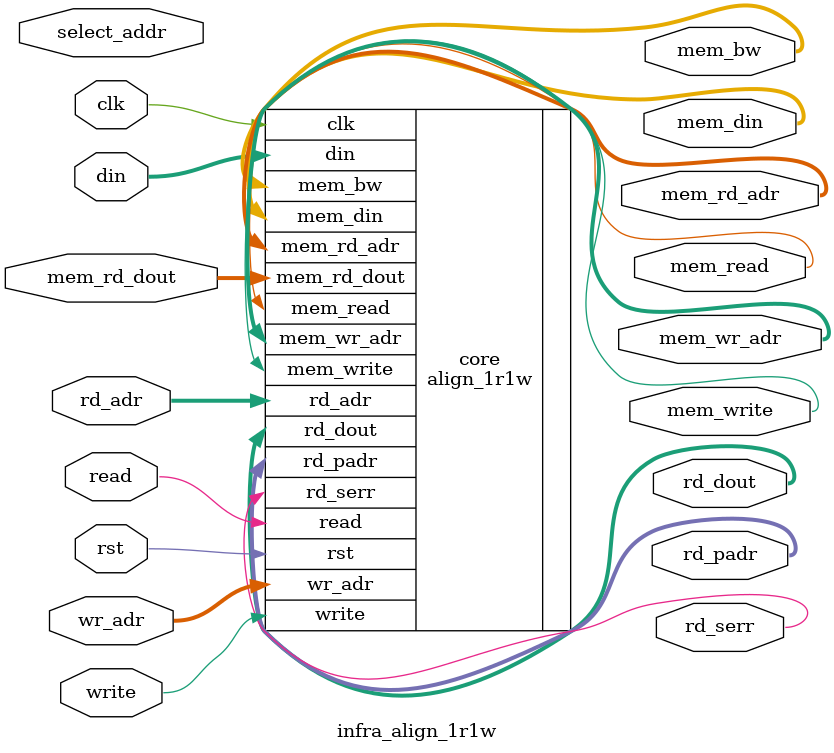
<source format=v>
module infra_align_1r1w (write, wr_adr, din, read, rd_adr, rd_dout, rd_serr, rd_padr,
	                 mem_write, mem_wr_adr, mem_bw, mem_din, mem_read, mem_rd_adr, mem_rd_dout,
		         clk, rst,
		         select_addr);

  parameter WIDTH = 32;
  parameter PARITY = 1;
  parameter NUMADDR = 1024;
  parameter BITADDR = 10;
  parameter NUMWRDS = 4;
  parameter BITWRDS = 2;
  parameter NUMSROW = 256;
  parameter BITSROW = 8;
  parameter BITPADR = 10;
  parameter SRAM_DELAY = 2;
  parameter FLOPMEM = 0;

  parameter MEMWDTH = WIDTH+PARITY;

  input write;
  input [BITADDR-1:0] wr_adr;
  input [WIDTH-1:0] din;

  input read;
  input [BITADDR-1:0] rd_adr;
  output [WIDTH-1:0] rd_dout;
  output rd_serr;
  output [BITPADR-1:0] rd_padr;

  output mem_write;
  output [BITSROW-1:0] mem_wr_adr;
  output [NUMWRDS*MEMWDTH-1:0] mem_bw;
  output [NUMWRDS*MEMWDTH-1:0] mem_din;

  output mem_read;
  output [BITSROW-1:0] mem_rd_adr;
  input [NUMWRDS*MEMWDTH-1:0] mem_rd_dout;

  input clk;
  input rst;

  input [BITADDR-1:0] select_addr;

  align_1r1w #(.WIDTH (WIDTH), .PARITY (PARITY), .NUMADDR (NUMADDR), .BITADDR (BITADDR),
               .NUMWRDS (NUMWRDS), .BITWRDS (BITWRDS), .NUMSROW (NUMSROW), .BITSROW (BITSROW), .BITPADR (BITPADR),
               .SRAM_DELAY (SRAM_DELAY), .FLOPMEM (FLOPMEM))
    core (.write (write), .wr_adr (wr_adr), .din (din),
          .read (read), .rd_adr (rd_adr), .rd_dout (rd_dout), .rd_serr (rd_serr), .rd_padr (rd_padr),
          .mem_write (mem_write), .mem_wr_adr (mem_wr_adr), .mem_bw (mem_bw), .mem_din (mem_din),
          .mem_read (mem_read), .mem_rd_adr (mem_rd_adr), .mem_rd_dout (mem_rd_dout),
          .clk (clk), .rst (rst));

`ifdef FORMAL
assume_select_addr_range: assume property (@(posedge clk) disable iff (rst) (select_addr < NUMADDR));
assume_select_addr_stable: assume property (@(posedge clk) disable iff (rst) $stable(select_addr));

ip_top_sva_align_1r1w #(
     .WIDTH       (WIDTH),
     .PARITY      (PARITY),
     .NUMADDR     (NUMADDR),
     .BITADDR     (BITADDR),
     .NUMWRDS     (NUMWRDS),
     .BITWRDS     (BITWRDS),
     .NUMSROW     (NUMSROW),
     .BITSROW     (BITSROW),
     .SRAM_DELAY  (SRAM_DELAY),
     .FLOPMEM     (FLOPMEM))
ip_top_sva (.*);

ip_top_sva_2_align_1r1w #(
     .NUMADDR     (NUMADDR),
     .BITADDR     (BITADDR),
     .NUMSROW     (NUMSROW),
     .BITSROW     (BITSROW))
ip_top_sva_2 (.*);

`elsif SIM_SVA

genvar sva_int;
// generate for (sva_int=0; sva_int<WIDTH; sva_int=sva_int+1) begin
generate for (sva_int=0; sva_int<1; sva_int=sva_int+1) begin: sva_loop
  wire [BITADDR-1:0] help_addr = sva_int;
ip_top_sva_align_1r1w #(
     .WIDTH       (WIDTH),
     .PARITY      (PARITY),
     .NUMADDR     (NUMADDR),
     .BITADDR     (BITADDR),
     .NUMWRDS     (NUMWRDS),
     .BITWRDS     (BITWRDS),
     .NUMSROW     (NUMSROW),
     .BITSROW     (BITSROW),
     .SRAM_DELAY  (SRAM_DELAY),
     .FLOPMEM     (FLOPMEM))
ip_top_sva (.select_addr(help_addr), .*);
end
endgenerate

ip_top_sva_2_align_1r1w #(
     .NUMADDR     (NUMADDR),
     .BITADDR     (BITADDR),
     .NUMSROW     (NUMSROW),
     .BITSROW     (BITSROW))
ip_top_sva_2 (.*);

`endif

endmodule

</source>
